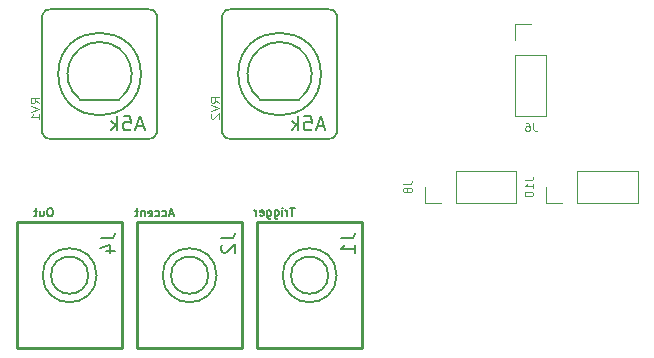
<source format=gbr>
G04 #@! TF.GenerationSoftware,KiCad,Pcbnew,(5.0.1)-4*
G04 #@! TF.CreationDate,2019-02-17T11:16:12+01:00*
G04 #@! TF.ProjectId,1U Rim,31552052696D2E6B696361645F706362,rev?*
G04 #@! TF.SameCoordinates,Original*
G04 #@! TF.FileFunction,Legend,Bot*
G04 #@! TF.FilePolarity,Positive*
%FSLAX46Y46*%
G04 Gerber Fmt 4.6, Leading zero omitted, Abs format (unit mm)*
G04 Created by KiCad (PCBNEW (5.0.1)-4) date 2/17/2019 11:16:12 AM*
%MOMM*%
%LPD*%
G01*
G04 APERTURE LIST*
%ADD10C,0.254000*%
%ADD11C,0.127000*%
%ADD12C,0.120000*%
%ADD13C,0.150000*%
%ADD14C,0.152400*%
G04 APERTURE END LIST*
D10*
G04 #@! TO.C,J1*
X48666400Y-39090600D02*
X48666400Y-49758600D01*
X48666400Y-49758600D02*
X39776400Y-49758600D01*
X39776400Y-49758600D02*
X39776400Y-39090600D01*
X39776400Y-39090600D02*
X48666400Y-39090600D01*
D11*
X45796200Y-43599100D02*
G75*
G03X45796200Y-43599100I-1574800J0D01*
G01*
X46507400Y-43599100D02*
G75*
G03X46507400Y-43599100I-2286000J0D01*
G01*
G04 #@! TO.C,J2*
X36347400Y-43599100D02*
G75*
G03X36347400Y-43599100I-2286000J0D01*
G01*
X35636200Y-43599100D02*
G75*
G03X35636200Y-43599100I-1574800J0D01*
G01*
D10*
X29616400Y-39090600D02*
X38506400Y-39090600D01*
X29616400Y-49758600D02*
X29616400Y-39090600D01*
X38506400Y-49758600D02*
X29616400Y-49758600D01*
X38506400Y-39090600D02*
X38506400Y-49758600D01*
D11*
G04 #@! TO.C,J4*
X26187400Y-43599100D02*
G75*
G03X26187400Y-43599100I-2286000J0D01*
G01*
X25476200Y-43599100D02*
G75*
G03X25476200Y-43599100I-1574800J0D01*
G01*
D10*
X19456400Y-39090600D02*
X28346400Y-39090600D01*
X19456400Y-49758600D02*
X19456400Y-39090600D01*
X28346400Y-49758600D02*
X19456400Y-49758600D01*
X28346400Y-39090600D02*
X28346400Y-49758600D01*
D12*
G04 #@! TO.C,J6*
X62941200Y-22342800D02*
X61611200Y-22342800D01*
X61611200Y-22342800D02*
X61611200Y-23672800D01*
X61611200Y-24942800D02*
X61611200Y-30082800D01*
X64271200Y-30082800D02*
X61611200Y-30082800D01*
X64271200Y-24942800D02*
X64271200Y-30082800D01*
X64271200Y-24942800D02*
X61611200Y-24942800D01*
G04 #@! TO.C,J8*
X56591200Y-34788800D02*
X56591200Y-37448800D01*
X56591200Y-34788800D02*
X61731200Y-34788800D01*
X61731200Y-34788800D02*
X61731200Y-37448800D01*
X56591200Y-37448800D02*
X61731200Y-37448800D01*
X53991200Y-37448800D02*
X55321200Y-37448800D01*
X53991200Y-36118800D02*
X53991200Y-37448800D01*
G04 #@! TO.C,J10*
X66852800Y-34788800D02*
X66852800Y-37448800D01*
X66852800Y-34788800D02*
X71992800Y-34788800D01*
X71992800Y-34788800D02*
X71992800Y-37448800D01*
X66852800Y-37448800D02*
X71992800Y-37448800D01*
X64252800Y-37448800D02*
X65582800Y-37448800D01*
X64252800Y-36118800D02*
X64252800Y-37448800D01*
D11*
G04 #@! TO.C,RV1*
X29941237Y-26570243D02*
G75*
G03X29941237Y-26570243I-3500000J0D01*
G01*
X21587237Y-31560343D02*
G75*
G03X22351137Y-32070243I636900J127000D01*
G01*
X30531337Y-32070243D02*
X22351137Y-32070243D01*
X30531337Y-32070243D02*
G75*
G03X31295237Y-31560343I127000J636900D01*
G01*
X31295237Y-21580143D02*
X31295237Y-31560343D01*
X31295237Y-21580143D02*
G75*
G03X30531337Y-21070243I-636900J-127000D01*
G01*
X22351137Y-21070243D02*
X30531337Y-21070243D01*
X22351137Y-21070243D02*
G75*
G03X21587237Y-21580143I-127000J-636900D01*
G01*
X21587237Y-31560343D02*
X21587237Y-21580143D01*
D13*
X24790400Y-28727400D02*
G75*
G02X28092400Y-28727400I1651000J2159000D01*
G01*
X28092400Y-28727400D02*
X24790400Y-28727400D01*
G04 #@! TO.C,RV2*
X43332400Y-28727400D02*
X40030400Y-28727400D01*
X40030400Y-28727400D02*
G75*
G02X43332400Y-28727400I1651000J2159000D01*
G01*
D11*
X36827237Y-31560343D02*
X36827237Y-21580143D01*
X37591137Y-21070243D02*
G75*
G03X36827237Y-21580143I-127000J-636900D01*
G01*
X37591137Y-21070243D02*
X45771337Y-21070243D01*
X46535237Y-21580143D02*
G75*
G03X45771337Y-21070243I-636900J-127000D01*
G01*
X46535237Y-21580143D02*
X46535237Y-31560343D01*
X45771337Y-32070243D02*
G75*
G03X46535237Y-31560343I127000J636900D01*
G01*
X45771337Y-32070243D02*
X37591137Y-32070243D01*
X36827237Y-31560343D02*
G75*
G03X37591137Y-32070243I636900J127000D01*
G01*
X45181237Y-26570243D02*
G75*
G03X45181237Y-26570243I-3500000J0D01*
G01*
G04 #@! TO.C,J1*
D14*
X46869047Y-40482036D02*
X47730833Y-40482036D01*
X47903190Y-40424583D01*
X48018095Y-40309679D01*
X48075547Y-40137321D01*
X48075547Y-40022417D01*
X48075547Y-41688536D02*
X48075547Y-40999107D01*
X48075547Y-41343821D02*
X46869047Y-41343821D01*
X47041404Y-41228917D01*
X47156309Y-41114012D01*
X47213761Y-40999107D01*
X42963473Y-37874666D02*
X42563473Y-37874666D01*
X42763473Y-38574666D02*
X42763473Y-37874666D01*
X42330140Y-38574666D02*
X42330140Y-38108000D01*
X42330140Y-38241333D02*
X42296806Y-38174666D01*
X42263473Y-38141333D01*
X42196806Y-38108000D01*
X42130140Y-38108000D01*
X41896806Y-38574666D02*
X41896806Y-38108000D01*
X41896806Y-37874666D02*
X41930140Y-37908000D01*
X41896806Y-37941333D01*
X41863473Y-37908000D01*
X41896806Y-37874666D01*
X41896806Y-37941333D01*
X41263473Y-38108000D02*
X41263473Y-38674666D01*
X41296806Y-38741333D01*
X41330140Y-38774666D01*
X41396806Y-38808000D01*
X41496806Y-38808000D01*
X41563473Y-38774666D01*
X41263473Y-38541333D02*
X41330140Y-38574666D01*
X41463473Y-38574666D01*
X41530140Y-38541333D01*
X41563473Y-38508000D01*
X41596806Y-38441333D01*
X41596806Y-38241333D01*
X41563473Y-38174666D01*
X41530140Y-38141333D01*
X41463473Y-38108000D01*
X41330140Y-38108000D01*
X41263473Y-38141333D01*
X40630140Y-38108000D02*
X40630140Y-38674666D01*
X40663473Y-38741333D01*
X40696806Y-38774666D01*
X40763473Y-38808000D01*
X40863473Y-38808000D01*
X40930140Y-38774666D01*
X40630140Y-38541333D02*
X40696806Y-38574666D01*
X40830140Y-38574666D01*
X40896806Y-38541333D01*
X40930140Y-38508000D01*
X40963473Y-38441333D01*
X40963473Y-38241333D01*
X40930140Y-38174666D01*
X40896806Y-38141333D01*
X40830140Y-38108000D01*
X40696806Y-38108000D01*
X40630140Y-38141333D01*
X40030140Y-38541333D02*
X40096806Y-38574666D01*
X40230140Y-38574666D01*
X40296806Y-38541333D01*
X40330140Y-38474666D01*
X40330140Y-38208000D01*
X40296806Y-38141333D01*
X40230140Y-38108000D01*
X40096806Y-38108000D01*
X40030140Y-38141333D01*
X39996806Y-38208000D01*
X39996806Y-38274666D01*
X40330140Y-38341333D01*
X39696806Y-38574666D02*
X39696806Y-38108000D01*
X39696806Y-38241333D02*
X39663473Y-38174666D01*
X39630140Y-38141333D01*
X39563473Y-38108000D01*
X39496806Y-38108000D01*
G04 #@! TO.C,J2*
X36709047Y-40482036D02*
X37570833Y-40482036D01*
X37743190Y-40424583D01*
X37858095Y-40309679D01*
X37915547Y-40137321D01*
X37915547Y-40022417D01*
X36823952Y-40999107D02*
X36766500Y-41056560D01*
X36709047Y-41171464D01*
X36709047Y-41458726D01*
X36766500Y-41573631D01*
X36823952Y-41631083D01*
X36938857Y-41688536D01*
X37053761Y-41688536D01*
X37226119Y-41631083D01*
X37915547Y-40941655D01*
X37915547Y-41688536D01*
X32686006Y-38425466D02*
X32352673Y-38425466D01*
X32752673Y-38625466D02*
X32519340Y-37925466D01*
X32286006Y-38625466D01*
X31752673Y-38592133D02*
X31819340Y-38625466D01*
X31952673Y-38625466D01*
X32019340Y-38592133D01*
X32052673Y-38558800D01*
X32086006Y-38492133D01*
X32086006Y-38292133D01*
X32052673Y-38225466D01*
X32019340Y-38192133D01*
X31952673Y-38158800D01*
X31819340Y-38158800D01*
X31752673Y-38192133D01*
X31152673Y-38592133D02*
X31219340Y-38625466D01*
X31352673Y-38625466D01*
X31419340Y-38592133D01*
X31452673Y-38558800D01*
X31486006Y-38492133D01*
X31486006Y-38292133D01*
X31452673Y-38225466D01*
X31419340Y-38192133D01*
X31352673Y-38158800D01*
X31219340Y-38158800D01*
X31152673Y-38192133D01*
X30586006Y-38592133D02*
X30652673Y-38625466D01*
X30786006Y-38625466D01*
X30852673Y-38592133D01*
X30886006Y-38525466D01*
X30886006Y-38258800D01*
X30852673Y-38192133D01*
X30786006Y-38158800D01*
X30652673Y-38158800D01*
X30586006Y-38192133D01*
X30552673Y-38258800D01*
X30552673Y-38325466D01*
X30886006Y-38392133D01*
X30252673Y-38158800D02*
X30252673Y-38625466D01*
X30252673Y-38225466D02*
X30219340Y-38192133D01*
X30152673Y-38158800D01*
X30052673Y-38158800D01*
X29986006Y-38192133D01*
X29952673Y-38258800D01*
X29952673Y-38625466D01*
X29719340Y-38158800D02*
X29452673Y-38158800D01*
X29619340Y-37925466D02*
X29619340Y-38525466D01*
X29586006Y-38592133D01*
X29519340Y-38625466D01*
X29452673Y-38625466D01*
G04 #@! TO.C,J4*
X26549047Y-40482036D02*
X27410833Y-40482036D01*
X27583190Y-40424583D01*
X27698095Y-40309679D01*
X27755547Y-40137321D01*
X27755547Y-40022417D01*
X26951214Y-41573631D02*
X27755547Y-41573631D01*
X26491595Y-41286369D02*
X27353380Y-40999107D01*
X27353380Y-41745988D01*
X22308540Y-37925466D02*
X22175206Y-37925466D01*
X22108540Y-37958800D01*
X22041873Y-38025466D01*
X22008540Y-38158800D01*
X22008540Y-38392133D01*
X22041873Y-38525466D01*
X22108540Y-38592133D01*
X22175206Y-38625466D01*
X22308540Y-38625466D01*
X22375206Y-38592133D01*
X22441873Y-38525466D01*
X22475206Y-38392133D01*
X22475206Y-38158800D01*
X22441873Y-38025466D01*
X22375206Y-37958800D01*
X22308540Y-37925466D01*
X21408540Y-38158800D02*
X21408540Y-38625466D01*
X21708540Y-38158800D02*
X21708540Y-38525466D01*
X21675206Y-38592133D01*
X21608540Y-38625466D01*
X21508540Y-38625466D01*
X21441873Y-38592133D01*
X21408540Y-38558800D01*
X21175206Y-38158800D02*
X20908540Y-38158800D01*
X21075206Y-37925466D02*
X21075206Y-38525466D01*
X21041873Y-38592133D01*
X20975206Y-38625466D01*
X20908540Y-38625466D01*
G04 #@! TO.C,J6*
D12*
X63174533Y-30706266D02*
X63174533Y-31206266D01*
X63207866Y-31306266D01*
X63274533Y-31372933D01*
X63374533Y-31406266D01*
X63441200Y-31406266D01*
X62541200Y-30706266D02*
X62674533Y-30706266D01*
X62741200Y-30739600D01*
X62774533Y-30772933D01*
X62841200Y-30872933D01*
X62874533Y-31006266D01*
X62874533Y-31272933D01*
X62841200Y-31339600D01*
X62807866Y-31372933D01*
X62741200Y-31406266D01*
X62607866Y-31406266D01*
X62541200Y-31372933D01*
X62507866Y-31339600D01*
X62474533Y-31272933D01*
X62474533Y-31106266D01*
X62507866Y-31039600D01*
X62541200Y-31006266D01*
X62607866Y-30972933D01*
X62741200Y-30972933D01*
X62807866Y-31006266D01*
X62841200Y-31039600D01*
X62874533Y-31106266D01*
G04 #@! TO.C,J8*
X52167866Y-35885466D02*
X52667866Y-35885466D01*
X52767866Y-35852133D01*
X52834533Y-35785466D01*
X52867866Y-35685466D01*
X52867866Y-35618800D01*
X52467866Y-36318800D02*
X52434533Y-36252133D01*
X52401200Y-36218800D01*
X52334533Y-36185466D01*
X52301200Y-36185466D01*
X52234533Y-36218800D01*
X52201200Y-36252133D01*
X52167866Y-36318800D01*
X52167866Y-36452133D01*
X52201200Y-36518800D01*
X52234533Y-36552133D01*
X52301200Y-36585466D01*
X52334533Y-36585466D01*
X52401200Y-36552133D01*
X52434533Y-36518800D01*
X52467866Y-36452133D01*
X52467866Y-36318800D01*
X52501200Y-36252133D01*
X52534533Y-36218800D01*
X52601200Y-36185466D01*
X52734533Y-36185466D01*
X52801200Y-36218800D01*
X52834533Y-36252133D01*
X52867866Y-36318800D01*
X52867866Y-36452133D01*
X52834533Y-36518800D01*
X52801200Y-36552133D01*
X52734533Y-36585466D01*
X52601200Y-36585466D01*
X52534533Y-36552133D01*
X52501200Y-36518800D01*
X52467866Y-36452133D01*
G04 #@! TO.C,J10*
X62429466Y-35552133D02*
X62929466Y-35552133D01*
X63029466Y-35518800D01*
X63096133Y-35452133D01*
X63129466Y-35352133D01*
X63129466Y-35285466D01*
X63129466Y-36252133D02*
X63129466Y-35852133D01*
X63129466Y-36052133D02*
X62429466Y-36052133D01*
X62529466Y-35985466D01*
X62596133Y-35918800D01*
X62629466Y-35852133D01*
X62429466Y-36685466D02*
X62429466Y-36752133D01*
X62462800Y-36818800D01*
X62496133Y-36852133D01*
X62562800Y-36885466D01*
X62696133Y-36918800D01*
X62862800Y-36918800D01*
X62996133Y-36885466D01*
X63062800Y-36852133D01*
X63096133Y-36818800D01*
X63129466Y-36752133D01*
X63129466Y-36685466D01*
X63096133Y-36618800D01*
X63062800Y-36585466D01*
X62996133Y-36552133D01*
X62862800Y-36518800D01*
X62696133Y-36518800D01*
X62562800Y-36552133D01*
X62496133Y-36585466D01*
X62462800Y-36618800D01*
X62429466Y-36685466D01*
G04 #@! TO.C,RV1*
X21351085Y-29031542D02*
X20993942Y-28781542D01*
X21351085Y-28602971D02*
X20601085Y-28602971D01*
X20601085Y-28888685D01*
X20636800Y-28960114D01*
X20672514Y-28995828D01*
X20743942Y-29031542D01*
X20851085Y-29031542D01*
X20922514Y-28995828D01*
X20958228Y-28960114D01*
X20993942Y-28888685D01*
X20993942Y-28602971D01*
X20601085Y-29245828D02*
X21351085Y-29495828D01*
X20601085Y-29745828D01*
X21351085Y-30388685D02*
X21351085Y-29960114D01*
X21351085Y-30174400D02*
X20601085Y-30174400D01*
X20708228Y-30102971D01*
X20779657Y-30031542D01*
X20815371Y-29960114D01*
D14*
X30151130Y-30992233D02*
X29576606Y-30992233D01*
X30266035Y-31336947D02*
X29863868Y-30130447D01*
X29461701Y-31336947D01*
X28485011Y-30130447D02*
X29059535Y-30130447D01*
X29116987Y-30704971D01*
X29059535Y-30647519D01*
X28944630Y-30590066D01*
X28657368Y-30590066D01*
X28542463Y-30647519D01*
X28485011Y-30704971D01*
X28427559Y-30819876D01*
X28427559Y-31107138D01*
X28485011Y-31222042D01*
X28542463Y-31279495D01*
X28657368Y-31336947D01*
X28944630Y-31336947D01*
X29059535Y-31279495D01*
X29116987Y-31222042D01*
X27910487Y-31336947D02*
X27910487Y-30130447D01*
X27795582Y-30877328D02*
X27450868Y-31336947D01*
X27450868Y-30532614D02*
X27910487Y-30992233D01*
G04 #@! TO.C,RV2*
D12*
X36591085Y-28980742D02*
X36233942Y-28730742D01*
X36591085Y-28552171D02*
X35841085Y-28552171D01*
X35841085Y-28837885D01*
X35876800Y-28909314D01*
X35912514Y-28945028D01*
X35983942Y-28980742D01*
X36091085Y-28980742D01*
X36162514Y-28945028D01*
X36198228Y-28909314D01*
X36233942Y-28837885D01*
X36233942Y-28552171D01*
X35841085Y-29195028D02*
X36591085Y-29445028D01*
X35841085Y-29695028D01*
X35912514Y-29909314D02*
X35876800Y-29945028D01*
X35841085Y-30016457D01*
X35841085Y-30195028D01*
X35876800Y-30266457D01*
X35912514Y-30302171D01*
X35983942Y-30337885D01*
X36055371Y-30337885D01*
X36162514Y-30302171D01*
X36591085Y-29873600D01*
X36591085Y-30337885D01*
D14*
X45441930Y-30992233D02*
X44867406Y-30992233D01*
X45556835Y-31336947D02*
X45154668Y-30130447D01*
X44752501Y-31336947D01*
X43775811Y-30130447D02*
X44350335Y-30130447D01*
X44407787Y-30704971D01*
X44350335Y-30647519D01*
X44235430Y-30590066D01*
X43948168Y-30590066D01*
X43833263Y-30647519D01*
X43775811Y-30704971D01*
X43718359Y-30819876D01*
X43718359Y-31107138D01*
X43775811Y-31222042D01*
X43833263Y-31279495D01*
X43948168Y-31336947D01*
X44235430Y-31336947D01*
X44350335Y-31279495D01*
X44407787Y-31222042D01*
X43201287Y-31336947D02*
X43201287Y-30130447D01*
X43086382Y-30877328D02*
X42741668Y-31336947D01*
X42741668Y-30532614D02*
X43201287Y-30992233D01*
G04 #@! TD*
M02*

</source>
